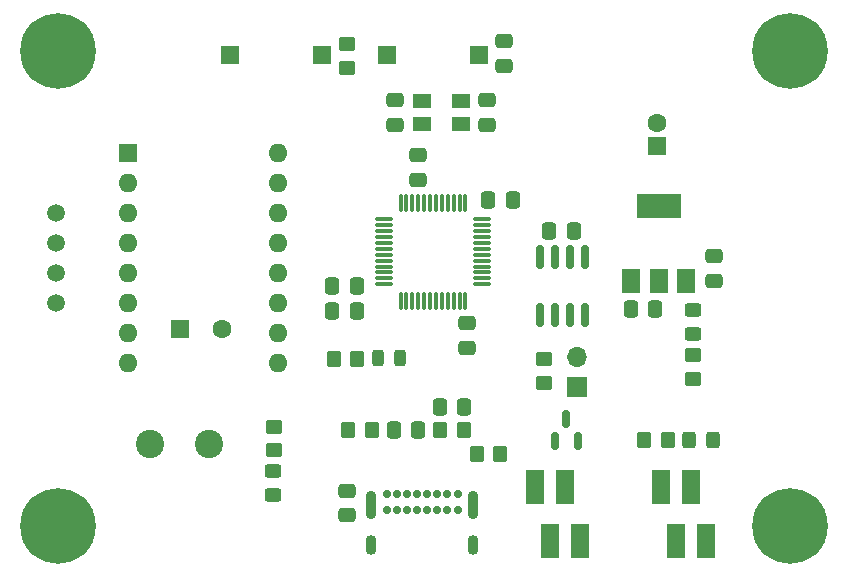
<source format=gbr>
%TF.GenerationSoftware,KiCad,Pcbnew,(6.0.2)*%
%TF.CreationDate,2022-03-05T17:56:55+01:00*%
%TF.ProjectId,PCB_stepper,5043425f-7374-4657-9070-65722e6b6963,rev?*%
%TF.SameCoordinates,Original*%
%TF.FileFunction,Soldermask,Top*%
%TF.FilePolarity,Negative*%
%FSLAX46Y46*%
G04 Gerber Fmt 4.6, Leading zero omitted, Abs format (unit mm)*
G04 Created by KiCad (PCBNEW (6.0.2)) date 2022-03-05 17:56:55*
%MOMM*%
%LPD*%
G01*
G04 APERTURE LIST*
G04 Aperture macros list*
%AMRoundRect*
0 Rectangle with rounded corners*
0 $1 Rounding radius*
0 $2 $3 $4 $5 $6 $7 $8 $9 X,Y pos of 4 corners*
0 Add a 4 corners polygon primitive as box body*
4,1,4,$2,$3,$4,$5,$6,$7,$8,$9,$2,$3,0*
0 Add four circle primitives for the rounded corners*
1,1,$1+$1,$2,$3*
1,1,$1+$1,$4,$5*
1,1,$1+$1,$6,$7*
1,1,$1+$1,$8,$9*
0 Add four rect primitives between the rounded corners*
20,1,$1+$1,$2,$3,$4,$5,0*
20,1,$1+$1,$4,$5,$6,$7,0*
20,1,$1+$1,$6,$7,$8,$9,0*
20,1,$1+$1,$8,$9,$2,$3,0*%
G04 Aperture macros list end*
%ADD10C,0.800000*%
%ADD11C,6.400000*%
%ADD12RoundRect,0.250000X-0.450000X0.325000X-0.450000X-0.325000X0.450000X-0.325000X0.450000X0.325000X0*%
%ADD13RoundRect,0.250000X-0.337500X-0.475000X0.337500X-0.475000X0.337500X0.475000X-0.337500X0.475000X0*%
%ADD14R,1.500000X3.000000*%
%ADD15RoundRect,0.250000X-0.350000X-0.450000X0.350000X-0.450000X0.350000X0.450000X-0.350000X0.450000X0*%
%ADD16RoundRect,0.250000X0.475000X-0.337500X0.475000X0.337500X-0.475000X0.337500X-0.475000X-0.337500X0*%
%ADD17C,1.508000*%
%ADD18RoundRect,0.250000X-0.325000X-0.450000X0.325000X-0.450000X0.325000X0.450000X-0.325000X0.450000X0*%
%ADD19R,1.600000X1.600000*%
%ADD20C,1.600000*%
%ADD21RoundRect,0.250000X0.350000X0.450000X-0.350000X0.450000X-0.350000X-0.450000X0.350000X-0.450000X0*%
%ADD22RoundRect,0.250000X-0.475000X0.337500X-0.475000X-0.337500X0.475000X-0.337500X0.475000X0.337500X0*%
%ADD23RoundRect,0.250000X0.337500X0.475000X-0.337500X0.475000X-0.337500X-0.475000X0.337500X-0.475000X0*%
%ADD24O,1.600000X1.600000*%
%ADD25R,1.600000X1.300000*%
%ADD26R,1.500000X1.500000*%
%ADD27RoundRect,0.243750X-0.243750X-0.456250X0.243750X-0.456250X0.243750X0.456250X-0.243750X0.456250X0*%
%ADD28RoundRect,0.250000X0.450000X-0.350000X0.450000X0.350000X-0.450000X0.350000X-0.450000X-0.350000X0*%
%ADD29RoundRect,0.150000X0.150000X-0.587500X0.150000X0.587500X-0.150000X0.587500X-0.150000X-0.587500X0*%
%ADD30R,1.500000X2.000000*%
%ADD31R,3.800000X2.000000*%
%ADD32RoundRect,0.150000X-0.150000X0.825000X-0.150000X-0.825000X0.150000X-0.825000X0.150000X0.825000X0*%
%ADD33RoundRect,0.250000X-0.450000X0.350000X-0.450000X-0.350000X0.450000X-0.350000X0.450000X0.350000X0*%
%ADD34C,2.400000*%
%ADD35R,1.700000X1.700000*%
%ADD36O,1.700000X1.700000*%
%ADD37RoundRect,0.250000X0.450000X-0.325000X0.450000X0.325000X-0.450000X0.325000X-0.450000X-0.325000X0*%
%ADD38RoundRect,0.075000X-0.075000X0.662500X-0.075000X-0.662500X0.075000X-0.662500X0.075000X0.662500X0*%
%ADD39RoundRect,0.075000X-0.662500X0.075000X-0.662500X-0.075000X0.662500X-0.075000X0.662500X0.075000X0*%
%ADD40C,0.700000*%
%ADD41O,0.900000X2.400000*%
%ADD42O,0.900000X1.700000*%
G04 APERTURE END LIST*
D10*
%TO.C,H4*%
X112250000Y-102650000D03*
D11*
X112250000Y-100250000D03*
D10*
X113947056Y-98552944D03*
X114650000Y-100250000D03*
X110552944Y-101947056D03*
X113947056Y-101947056D03*
X112250000Y-97850000D03*
X109850000Y-100250000D03*
X110552944Y-98552944D03*
%TD*%
D12*
%TO.C,D3*%
X130450000Y-95575000D03*
X130450000Y-97625000D03*
%TD*%
D13*
%TO.C,C12*%
X153862500Y-75200000D03*
X155937500Y-75200000D03*
%TD*%
D14*
%TO.C,J2*%
X167105000Y-101450000D03*
X165835000Y-96950000D03*
X164565000Y-101450000D03*
X163295000Y-96950000D03*
%TD*%
D13*
%TO.C,C2*%
X148662500Y-72600000D03*
X150737500Y-72600000D03*
%TD*%
D15*
%TO.C,R1*%
X135600000Y-86050000D03*
X137600000Y-86050000D03*
%TD*%
D16*
%TO.C,C16*%
X167800000Y-79437500D03*
X167800000Y-77362500D03*
%TD*%
D17*
%TO.C,J5*%
X112100000Y-73690000D03*
X112100000Y-76230000D03*
X112100000Y-78770000D03*
X112100000Y-81310000D03*
%TD*%
D18*
%TO.C,D5*%
X165675000Y-92950000D03*
X167725000Y-92950000D03*
%TD*%
D10*
%TO.C,H1*%
X109850000Y-60000000D03*
X110552944Y-58302944D03*
X110552944Y-61697056D03*
X112250000Y-57600000D03*
X114650000Y-60000000D03*
X113947056Y-58302944D03*
X113947056Y-61697056D03*
D11*
X112250000Y-60000000D03*
D10*
X112250000Y-62400000D03*
%TD*%
D15*
%TO.C,R3*%
X147700000Y-94100000D03*
X149700000Y-94100000D03*
%TD*%
D10*
%TO.C,H3*%
X172552944Y-101947056D03*
X175947056Y-98552944D03*
X175947056Y-101947056D03*
X174250000Y-97850000D03*
D11*
X174250000Y-100250000D03*
D10*
X171850000Y-100250000D03*
X176650000Y-100250000D03*
X172552944Y-98552944D03*
X174250000Y-102650000D03*
%TD*%
D16*
%TO.C,C5*%
X142700000Y-70887500D03*
X142700000Y-68812500D03*
%TD*%
D19*
%TO.C,C15*%
X122597349Y-83500000D03*
D20*
X126097349Y-83500000D03*
%TD*%
D21*
%TO.C,R5*%
X146600000Y-92100000D03*
X144600000Y-92100000D03*
%TD*%
D22*
%TO.C,C3*%
X148600000Y-64162500D03*
X148600000Y-66237500D03*
%TD*%
D23*
%TO.C,C10*%
X142737500Y-92100000D03*
X140662500Y-92100000D03*
%TD*%
D19*
%TO.C,A1*%
X118160000Y-68610000D03*
D24*
X118160000Y-71150000D03*
X118160000Y-73690000D03*
X118160000Y-76230000D03*
X118160000Y-78770000D03*
X118160000Y-81310000D03*
X118160000Y-83850000D03*
X118160000Y-86390000D03*
X130860000Y-86390000D03*
X130860000Y-83850000D03*
X130860000Y-81310000D03*
X130860000Y-78770000D03*
X130860000Y-76230000D03*
X130860000Y-73690000D03*
X130860000Y-71150000D03*
X130860000Y-68610000D03*
%TD*%
D23*
%TO.C,C7*%
X137537500Y-79900000D03*
X135462500Y-79900000D03*
%TD*%
D16*
%TO.C,C4*%
X140800000Y-66237500D03*
X140800000Y-64162500D03*
%TD*%
D25*
%TO.C,Y1*%
X146350000Y-64200000D03*
X143050000Y-64200000D03*
X143050000Y-66200000D03*
X146350000Y-66200000D03*
%TD*%
D26*
%TO.C,SW2*%
X126800000Y-60300000D03*
X134600000Y-60300000D03*
%TD*%
D27*
%TO.C,D1*%
X139357500Y-86005000D03*
X141232500Y-86005000D03*
%TD*%
D28*
%TO.C,R8*%
X166000000Y-87775000D03*
X166000000Y-85775000D03*
%TD*%
D29*
%TO.C,D2*%
X154350000Y-93037500D03*
X156250000Y-93037500D03*
X155300000Y-91162500D03*
%TD*%
D21*
%TO.C,R4*%
X138800000Y-92100000D03*
X136800000Y-92100000D03*
%TD*%
D15*
%TO.C,R9*%
X161900000Y-92950000D03*
X163900000Y-92950000D03*
%TD*%
D28*
%TO.C,R6*%
X153400000Y-88100000D03*
X153400000Y-86100000D03*
%TD*%
D30*
%TO.C,U3*%
X160800000Y-79450000D03*
X163100000Y-79450000D03*
D31*
X163100000Y-73150000D03*
D30*
X165400000Y-79450000D03*
%TD*%
D32*
%TO.C,U2*%
X156905000Y-77425000D03*
X155635000Y-77425000D03*
X154365000Y-77425000D03*
X153095000Y-77425000D03*
X153095000Y-82375000D03*
X154365000Y-82375000D03*
X155635000Y-82375000D03*
X156905000Y-82375000D03*
%TD*%
D16*
%TO.C,C11*%
X136700000Y-99300000D03*
X136700000Y-97225000D03*
%TD*%
D14*
%TO.C,J3*%
X156405000Y-101450000D03*
X155135000Y-96950000D03*
X153865000Y-101450000D03*
X152595000Y-96950000D03*
%TD*%
D22*
%TO.C,C1*%
X146900000Y-83062500D03*
X146900000Y-85137500D03*
%TD*%
D23*
%TO.C,C9*%
X137537500Y-82000000D03*
X135462500Y-82000000D03*
%TD*%
D33*
%TO.C,R7*%
X130500000Y-91820000D03*
X130500000Y-93820000D03*
%TD*%
D23*
%TO.C,C17*%
X162837500Y-81800000D03*
X160762500Y-81800000D03*
%TD*%
D34*
%TO.C,J4*%
X120000000Y-93250000D03*
X125000000Y-93250000D03*
%TD*%
D35*
%TO.C,JP1*%
X156200000Y-88475000D03*
D36*
X156200000Y-85935000D03*
%TD*%
D16*
%TO.C,C6*%
X150000000Y-61237500D03*
X150000000Y-59162500D03*
%TD*%
D13*
%TO.C,C8*%
X144562500Y-90100000D03*
X146637500Y-90100000D03*
%TD*%
D37*
%TO.C,D4*%
X166000000Y-84000000D03*
X166000000Y-81950000D03*
%TD*%
D10*
%TO.C,H2*%
X176650000Y-60000000D03*
X175947056Y-58302944D03*
X174250000Y-62400000D03*
X171850000Y-60000000D03*
D11*
X174250000Y-60000000D03*
D10*
X174250000Y-57600000D03*
X175947056Y-61697056D03*
X172552944Y-61697056D03*
X172552944Y-58302944D03*
%TD*%
D26*
%TO.C,SW1*%
X140100000Y-60300000D03*
X147900000Y-60300000D03*
%TD*%
D38*
%TO.C,U1*%
X146750000Y-72837500D03*
X146250000Y-72837500D03*
X145750000Y-72837500D03*
X145250000Y-72837500D03*
X144750000Y-72837500D03*
X144250000Y-72837500D03*
X143750000Y-72837500D03*
X143250000Y-72837500D03*
X142750000Y-72837500D03*
X142250000Y-72837500D03*
X141750000Y-72837500D03*
X141250000Y-72837500D03*
D39*
X139837500Y-74250000D03*
X139837500Y-74750000D03*
X139837500Y-75250000D03*
X139837500Y-75750000D03*
X139837500Y-76250000D03*
X139837500Y-76750000D03*
X139837500Y-77250000D03*
X139837500Y-77750000D03*
X139837500Y-78250000D03*
X139837500Y-78750000D03*
X139837500Y-79250000D03*
X139837500Y-79750000D03*
D38*
X141250000Y-81162500D03*
X141750000Y-81162500D03*
X142250000Y-81162500D03*
X142750000Y-81162500D03*
X143250000Y-81162500D03*
X143750000Y-81162500D03*
X144250000Y-81162500D03*
X144750000Y-81162500D03*
X145250000Y-81162500D03*
X145750000Y-81162500D03*
X146250000Y-81162500D03*
X146750000Y-81162500D03*
D39*
X148162500Y-79750000D03*
X148162500Y-79250000D03*
X148162500Y-78750000D03*
X148162500Y-78250000D03*
X148162500Y-77750000D03*
X148162500Y-77250000D03*
X148162500Y-76750000D03*
X148162500Y-76250000D03*
X148162500Y-75750000D03*
X148162500Y-75250000D03*
X148162500Y-74750000D03*
X148162500Y-74250000D03*
%TD*%
D19*
%TO.C,C14*%
X163000000Y-68055113D03*
D20*
X163000000Y-66055113D03*
%TD*%
D33*
%TO.C,R2*%
X136700000Y-59400000D03*
X136700000Y-61400000D03*
%TD*%
D40*
%TO.C,J1*%
X146075000Y-97475000D03*
X145225000Y-97475000D03*
X144375000Y-97475000D03*
X143525000Y-97475000D03*
X142675000Y-97475000D03*
X141825000Y-97475000D03*
X140975000Y-97475000D03*
X140125000Y-97475000D03*
X140125000Y-98825000D03*
X140975000Y-98825000D03*
X141825000Y-98825000D03*
X142675000Y-98825000D03*
X143525000Y-98825000D03*
X144375000Y-98825000D03*
X145225000Y-98825000D03*
X146075000Y-98825000D03*
D41*
X138775000Y-98455000D03*
D42*
X138775000Y-101835000D03*
D41*
X147425000Y-98455000D03*
D42*
X147425000Y-101835000D03*
%TD*%
M02*

</source>
